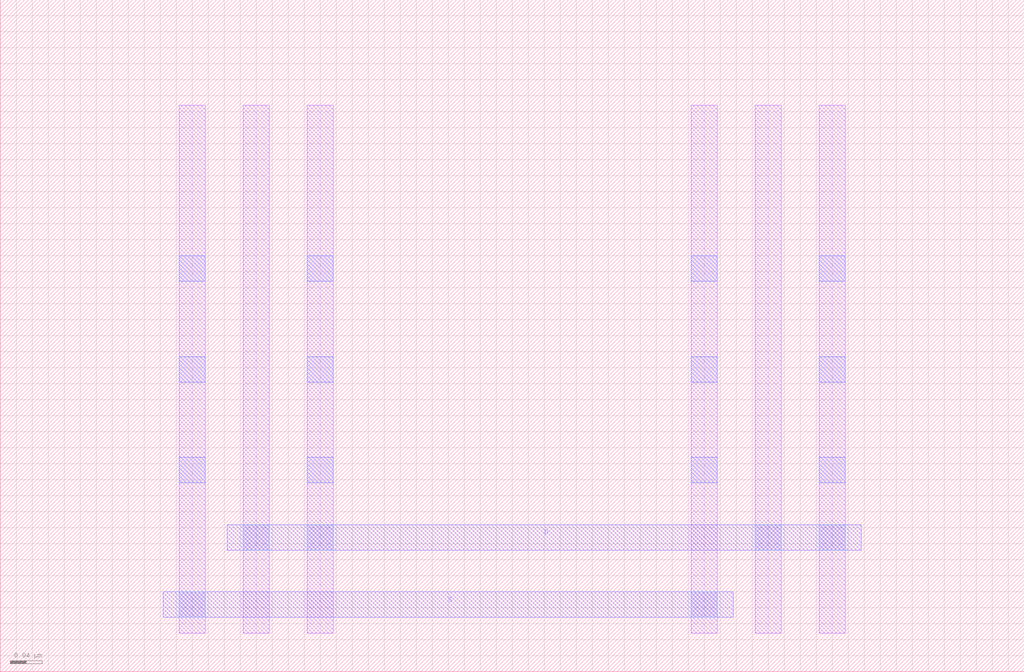
<source format=lef>
MACRO DCL_NMOS_n12_X2_Y1
  ORIGIN 0 0 ;
  FOREIGN DCL_NMOS_n12_X2_Y1 0 0 ;
  SIZE 1.2800 BY 0.8400 ;
  PIN S
    DIRECTION INOUT ;
    USE SIGNAL ;
    PORT
      LAYER M2 ;
        RECT 0.2040 0.0680 0.9160 0.1000 ;
    END
  END S
  PIN D
    DIRECTION INOUT ;
    USE SIGNAL ;
    PORT
      LAYER M2 ;
        RECT 0.2840 0.1520 1.0760 0.1840 ;
    END
  END D
  OBS
    LAYER M1 ;
      RECT 0.3040 0.0480 0.3360 0.7080 ;
    LAYER M1 ;
      RECT 0.9440 0.0480 0.9760 0.7080 ;
    LAYER M1 ;
      RECT 0.2240 0.0480 0.2560 0.7080 ;
    LAYER M1 ;
      RECT 0.8640 0.0480 0.8960 0.7080 ;
    LAYER M1 ;
      RECT 0.3840 0.0480 0.4160 0.7080 ;
    LAYER M1 ;
      RECT 1.0240 0.0480 1.0560 0.7080 ;
    LAYER V1 ;
      RECT 0.2240 0.0680 0.2560 0.1000 ;
    LAYER V1 ;
      RECT 0.8640 0.0680 0.8960 0.1000 ;
    LAYER V1 ;
      RECT 0.3040 0.1520 0.3360 0.1840 ;
    LAYER V1 ;
      RECT 0.9440 0.1520 0.9760 0.1840 ;
    LAYER V1 ;
      RECT 0.3840 0.1520 0.4160 0.1840 ;
    LAYER V1 ;
      RECT 1.0240 0.1520 1.0560 0.1840 ;
    LAYER V0 ;
      RECT 0.2240 0.2360 0.2560 0.2680 ;
    LAYER V0 ;
      RECT 0.2240 0.3620 0.2560 0.3940 ;
    LAYER V0 ;
      RECT 0.2240 0.4880 0.2560 0.5200 ;
    LAYER V0 ;
      RECT 0.8640 0.2360 0.8960 0.2680 ;
    LAYER V0 ;
      RECT 0.8640 0.3620 0.8960 0.3940 ;
    LAYER V0 ;
      RECT 0.8640 0.4880 0.8960 0.5200 ;
    LAYER V0 ;
      RECT 0.3840 0.2360 0.4160 0.2680 ;
    LAYER V0 ;
      RECT 0.3840 0.3620 0.4160 0.3940 ;
    LAYER V0 ;
      RECT 0.3840 0.4880 0.4160 0.5200 ;
    LAYER V0 ;
      RECT 1.0240 0.2360 1.0560 0.2680 ;
    LAYER V0 ;
      RECT 1.0240 0.3620 1.0560 0.3940 ;
    LAYER V0 ;
      RECT 1.0240 0.4880 1.0560 0.5200 ;
  END
END DCL_NMOS_n12_X2_Y1

</source>
